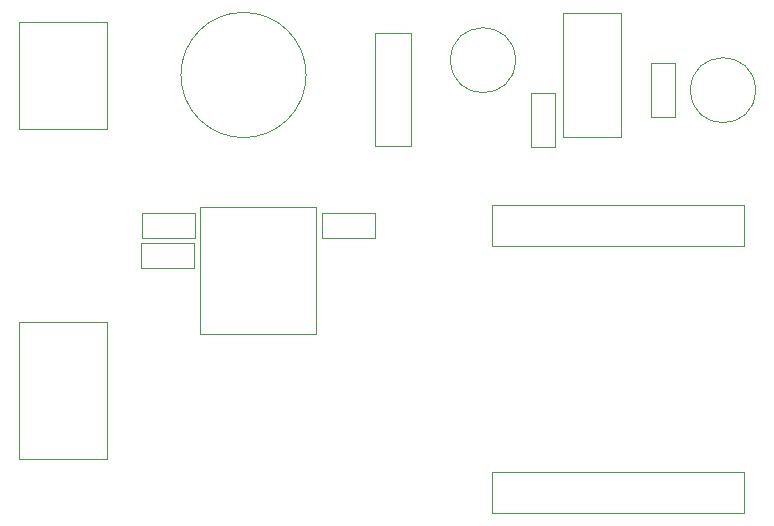
<source format=gbr>
G04 #@! TF.GenerationSoftware,KiCad,Pcbnew,(5.0.1-3-g963ef8bb5)*
G04 #@! TF.CreationDate,2018-12-14T14:37:57+01:00*
G04 #@! TF.ProjectId,WifiDoorBell-D1-mini,57696669446F6F7242656C6C2D44312D,1*
G04 #@! TF.SameCoordinates,Original*
G04 #@! TF.FileFunction,Other,User*
%FSLAX46Y46*%
G04 Gerber Fmt 4.6, Leading zero omitted, Abs format (unit mm)*
G04 Created by KiCad (PCBNEW (5.0.1-3-g963ef8bb5)) date Freitag, 14. Dezember 2018 um 14:37:57*
%MOMM*%
%LPD*%
G01*
G04 APERTURE LIST*
%ADD10C,0.050000*%
G04 APERTURE END LIST*
D10*
G04 #@! TO.C,P2*
X121130000Y-94770000D02*
X99830000Y-94770000D01*
X121130000Y-98270000D02*
X99830000Y-98270000D01*
X121130000Y-94770000D02*
X121130000Y-98270000D01*
X99830000Y-94770000D02*
X99830000Y-98270000D01*
G04 #@! TO.C,C1*
X101810000Y-82530000D02*
G75*
G03X101810000Y-82530000I-2750000J0D01*
G01*
G04 #@! TO.C,C2*
X92940000Y-80230000D02*
X89940000Y-80230000D01*
X89940000Y-80230000D02*
X89940000Y-89830000D01*
X89940000Y-89830000D02*
X92940000Y-89830000D01*
X92940000Y-89830000D02*
X92940000Y-80230000D01*
G04 #@! TO.C,C4*
X122130000Y-85070000D02*
G75*
G03X122130000Y-85070000I-2750000J0D01*
G01*
G04 #@! TO.C,D1*
X84083772Y-83780000D02*
G75*
G03X84083772Y-83780000I-5303772J0D01*
G01*
G04 #@! TO.C,R1*
X70170000Y-97570000D02*
X74710000Y-97570000D01*
X70170000Y-95470000D02*
X70170000Y-97570000D01*
X74710000Y-95470000D02*
X70170000Y-95470000D01*
X74710000Y-97570000D02*
X74710000Y-95470000D01*
G04 #@! TO.C,R2*
X70070000Y-98010000D02*
X70070000Y-100110000D01*
X70070000Y-100110000D02*
X74610000Y-100110000D01*
X74610000Y-100110000D02*
X74610000Y-98010000D01*
X74610000Y-98010000D02*
X70070000Y-98010000D01*
G04 #@! TO.C,R3*
X105190000Y-85310000D02*
X103090000Y-85310000D01*
X103090000Y-85310000D02*
X103090000Y-89850000D01*
X103090000Y-89850000D02*
X105190000Y-89850000D01*
X105190000Y-89850000D02*
X105190000Y-85310000D01*
G04 #@! TO.C,R4*
X115350000Y-87310000D02*
X115350000Y-82770000D01*
X113250000Y-87310000D02*
X115350000Y-87310000D01*
X113250000Y-82770000D02*
X113250000Y-87310000D01*
X115350000Y-82770000D02*
X113250000Y-82770000D01*
G04 #@! TO.C,R5*
X89950000Y-97570000D02*
X89950000Y-95470000D01*
X89950000Y-95470000D02*
X85410000Y-95470000D01*
X85410000Y-95470000D02*
X85410000Y-97570000D01*
X85410000Y-97570000D02*
X89950000Y-97570000D01*
G04 #@! TO.C,U1*
X105820000Y-89070000D02*
X110730000Y-89070000D01*
X110730000Y-89070000D02*
X110730000Y-78570000D01*
X110730000Y-78570000D02*
X105820000Y-78570000D01*
X105820000Y-78570000D02*
X105820000Y-89070000D01*
G04 #@! TO.C,U2*
X75100000Y-94970000D02*
X75100000Y-105670000D01*
X75100000Y-105670000D02*
X84900000Y-105670000D01*
X84900000Y-105670000D02*
X84900000Y-94970000D01*
X84900000Y-94970000D02*
X75100000Y-94970000D01*
G04 #@! TO.C,P1*
X121130000Y-117380696D02*
X99830000Y-117380696D01*
X121130000Y-120880696D02*
X99830000Y-120880696D01*
X121130000Y-117380696D02*
X121130000Y-120880696D01*
X99830000Y-117380696D02*
X99830000Y-120880696D01*
G04 #@! TO.C,J1*
X67250000Y-79280000D02*
X59750000Y-79280000D01*
X59750000Y-79280000D02*
X59750000Y-88360000D01*
X59750000Y-88360000D02*
X67250000Y-88360000D01*
X67250000Y-88360000D02*
X67250000Y-79280000D01*
G04 #@! TO.C,J2*
X67250000Y-104680000D02*
X59750000Y-104680000D01*
X59750000Y-104680000D02*
X59750000Y-116310000D01*
X59750000Y-116310000D02*
X67250000Y-116310000D01*
X67250000Y-116310000D02*
X67250000Y-104680000D01*
G04 #@! TD*
M02*

</source>
